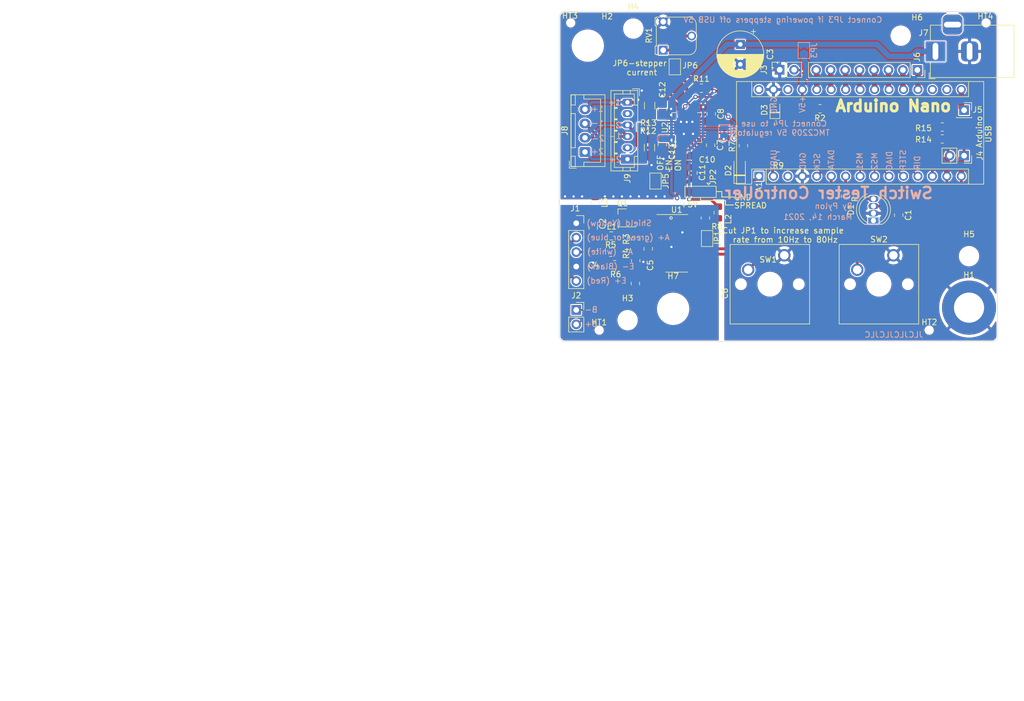
<source format=kicad_pcb>
(kicad_pcb (version 20210126) (generator pcbnew)
  (layers (0 "F.Cu" signal) (31 "B.Cu" signal) (34 "B.Paste" user) (35 "F.Paste" user) (36 "B.SilkS" user "B.Silkscreen") (37 "F.SilkS" user "F.Silkscreen") (38 "B.Mask" user) (39 "F.Mask" user) (44 "Edge.Cuts" user))
  (net 0 "")
  (net 1 "Net-(A1-Pad16)")
  (net 2 "Net-(U2-Pad2)")
  (net 4 "GND")
  (net 5 "SWITCH-IN")
  (net 7 "DIR")
  (net 8 "+5V")
  (net 9 "STEP")
  (net 10 "Net-(SW2-Pad2)")
  (net 11 "GNDA")
  (net 12 "Net-(A1-Pad25)")
  (net 13 "MS2")
  (net 14 "Net-(A1-Pad24)")
  (net 15 "MS1")
  (net 16 "Net-(A1-Pad23)")
  (net 17 "RGBLED")
  (net 18 "Net-(A1-Pad22)")
  (net 19 "DATA")
  (net 20 "Net-(A1-Pad21)")
  (net 21 "SCK")
  (net 22 "Net-(A1-Pad20)")
  (net 23 "Net-(A1-Pad19)")
  (net 26 "PDN_UART")
  (net 28 "Net-(A1-Pad1)")
  (net 29 "E+")
  (net 30 "VCC")
  (net 31 "Net-(C5-Pad2)")
  (net 32 "Net-(C6-Pad2)")
  (net 33 "Net-(C6-Pad1)")
  (net 34 "Net-(C10-Pad2)")
  (net 35 "Net-(C10-Pad1)")
  (net 36 "Net-(C11-Pad2)")
  (net 37 "Net-(D1-Pad4)")
  (net 39 "Net-(D2-Pad2)")
  (net 40 "A-")
  (net 41 "A+")
  (net 42 "B+")
  (net 43 "B-")
  (net 44 "Coil1+")
  (net 45 "Coil1-")
  (net 46 "Coil2-")
  (net 47 "Coil2+")
  (net 50 "Net-(JP1-Pad1)")
  (net 51 "SPREAD")
  (net 52 "INDEX")
  (net 53 "Net-(JP6-Pad1)")
  (net 54 "Net-(JP6-Pad2)")
  (net 55 "Net-(L1-Pad2)")
  (net 56 "Net-(Q1-Pad1)")
  (net 57 "Net-(R3-Pad1)")
  (net 58 "Net-(R11-Pad1)")
  (net 59 "Net-(R12-Pad2)")
  (net 60 "Net-(R13-Pad2)")
  (net 62 "+5VA")
  (net 63 "DIAG")
  (net 64 "Net-(U2-Pad8)")
  (net 65 "Net-(J6-Pad8)")
  (net 66 "Net-(SW1-Pad2)")
  (footprint "Capacitor_THT:CP_Radial_D8.0mm_P3.50mm" (layer "F.Cu") (at 31.8 5.78 -90)
    (fp_text reference "C3")
    (fp_text value "100uF 35V")
  )
  (footprint "Resistor_SMD:R_0805_2012Metric_Pad1.20x1.40mm_HandSolder" (layer "F.Cu") (at 67.3 22.4 180)
    (fp_text reference "R14")
    (fp_text value "20k")
  )
  (footprint "Potentiometer_THT:Potentiometer_Runtron_RM-065_Vertical" (layer "F.Cu") (at 18.25 6.8 90)
    (fp_text reference "RV1")
    (fp_text value "R_Potentiometer")
  )
  (footprint "AcheronMountingHoles:ToolingHole_1.152mm_(for_JLCPCB_SMT)" (layer "F.Cu") (at 2 2)
    (fp_text reference "HT3")
    (fp_text value "MountingHole")
  )
  (footprint "Capacitor_SMD:C_0805_2012Metric_Pad1.18x1.45mm_HandSolder" (layer "F.Cu") (at 18.1 23.36 -90)
    (fp_text reference "C13")
    (fp_text value "100nF")
  )
  (footprint "Resistor_SMD:R_0805_2012Metric_Pad1.20x1.40mm_HandSolder" (layer "F.Cu") (at 9.72 44.505)
    (fp_text reference "R6")
    (fp_text value "100")
  )
  (footprint "Connector_PinSocket_2.54mm:PinSocket_1x08_P2.54mm_Vertical" (layer "F.Cu") (at 62.92 10.28 -90)
    (fp_text reference "J6")
    (fp_text value "Conn_01x08")
  )
  (footprint "Connector_BarrelJack:BarrelJack_Horizontal" (layer "F.Cu") (at 66.1 7.0075 180)
    (fp_text reference "J7")
    (fp_text value "Barrel_Jack_MountingPin")
  )
  (footprint "Resistor_SMD:R_0805_2012Metric_Pad1.20x1.40mm_HandSolder" (layer "F.Cu") (at 32.35 23.58 90)
    (fp_text reference "R7")
    (fp_text value "120")
  )
  (footprint "AcheronMountingHoles:ToolingHole_1.152mm_(for_JLCPCB_SMT)" (layer "F.Cu") (at 75 2)
    (fp_text reference "HT4")
    (fp_text value "MountingHole")
  )
  (footprint "MountingHole:MountingHole_3.2mm_M3_ISO7380" (layer "F.Cu") (at 72 43)
    (fp_text reference "H5")
    (fp_text value "MountingHole")
  )
  (footprint "LED_THT:LED_D5.0mm-4_RGB" (layer "F.Cu") (at 55.2 36.74 90)
    (fp_text reference "D1")
    (fp_text value "NeoPixel_THT")
  )
  (footprint "Module:Arduino_Nano" (layer "F.Cu") (at 35.08 28.95 90)
    (fp_text reference "A1")
    (fp_text value "Arduino_Nano_Every")
  )
  (footprint "Capacitor_SMD:C_0805_2012Metric_Pad1.18x1.45mm_HandSolder" (layer "F.Cu") (at 18.13 17.12 90)
    (fp_text reference "C12")
    (fp_text value "100nF")
  )
  (footprint "Connector_PinSocket_2.54mm:PinSocket_1x02_P2.54mm_Vertical" (layer "F.Cu") (at 71.13 25.34 -90)
    (fp_text reference "J4")
    (fp_text value "Conn_01x02")
  )
  (footprint "AcheronMountingHoles:ToolingHole_1.152mm_(for_JLCPCB_SMT)" (layer "F.Cu") (at 65 56)
    (fp_text reference "HT2")
    (fp_text value "MountingHole")
  )
  (footprint "MountingHole:MountingHole_5.3mm_M5_ISO7380" (layer "F.Cu") (at 5 6)
    (fp_text reference "H2")
    (fp_text value "MountingHole")
  )
  (footprint "Inductor_SMD:L_0805_2012Metric_Pad1.15x1.40mm_HandSolder" (layer "F.Cu") (at 6.3 33.6 -90)
    (fp_text reference "L3")
    (fp_text value "L_Ferrite")
  )
  (footprint "Resistor_SMD:R_0805_2012Metric_Pad1.20x1.40mm_HandSolder" (layer "F.Cu") (at 38.48 25.41 180)
    (fp_text reference "R9")
    (fp_text value "20k")
  )
  (footprint "Jumper:SolderJumper-2_P1.3mm_Open_TrianglePad1.0x1.5mm" (layer "F.Cu") (at 20.3 9.725 90)
    (fp_text reference "JP6")
    (fp_text value "Jumper_NO_Small")
  )
  (footprint "MountingHole:MountingHole_3.2mm_M3_ISO7380" (layer "F.Cu") (at 13 3)
    (fp_text reference "H4")
    (fp_text value "MountingHole")
  )
  (footprint "Button_Switch_Keyboard:SW_Cherry_MX_1.00u_PCB" (layer "F.Cu") (at 39.538125 42.845)
    (fp_text reference "SW1")
    (fp_text value "SW_Push")
  )
  (footprint "Resistor_SMD:R_0805_2012Metric_Pad1.20x1.40mm_HandSolder" (layer "F.Cu") (at 13.42 43.805 90)
    (fp_text reference "R4")
    (fp_text value "8.2k")
  )
  (footprint "Capacitor_SMD:C_0805_2012Metric_Pad1.18x1.45mm_HandSolder" (layer "F.Cu") (at 15.63 41.7 -90)
    (fp_text reference "C5")
    (fp_text value "100nF")
  )
  (footprint "Diode_SMD:D_SOD-323" (layer "F.Cu") (at 37.89 17.32 90)
    (fp_text reference "D3")
    (fp_text value "D_Zener")
  )
  (footprint "Capacitor_SMD:C_0805_2012Metric_Pad1.18x1.45mm_HandSolder" (layer "F.Cu") (at 26.59 23.5 -90)
    (fp_text reference "C7")
    (fp_text value "4.7uF")
  )
  (footprint "Resistor_SMD:R_1206_3216Metric_Pad1.42x1.75mm_HandSolder" (layer "F.Cu") (at 15.84 23.92 90)
    (fp_text reference "R12")
    (fp_text value "0.11")
  )
  (footprint "Connector_PinSocket_2.54mm:PinSocket_1x01_P2.54mm_Vertical" (layer "F.Cu") (at 71.13 17.34)
    (fp_text reference "J5")
    (fp_text value "Conn_01x01")
  )
  (footprint "MountingHole:MountingHole_5.3mm_M5_ISO7380_Pad" (layer "F.Cu") (at 72 52.05)
    (fp_text reference "H1")
    (fp_text value "MountingHole_Pad")
  )
  (footprint "Package_SO:SOP-16_3.9x9.9mm_P1.27mm" (layer "F.Cu") (at 20.63 40.745)
    (fp_text reference "U1")
    (fp_text value "HX711")
  )
  (footprint "Capacitor_SMD:C_0805_2012Metric_Pad1.18x1.45mm_HandSolder" (layer "F.Cu") (at 22.63 25.38)
    (fp_text reference "C10")
    (fp_text value "22nF 50V")
  )
  (footprint "Inductor_SMD:L_0805_2012Metric_Pad1.15x1.40mm_HandSolder" (layer "F.Cu") (at 9.13 39.435)
    (fp_text reference "L1")
    (fp_text value "3.3uH")
  )
  (footprint "Resistor_SMD:R_0805_2012Metric_Pad1.20x1.40mm_HandSolder" (layer "F.Cu") (at 67.3 20.3 180)
    (fp_text reference "R15")
    (fp_text value "20k")
  )
  (footprint "Resistor_SMD:R_0805_2012Metric_Pad1.20x1.40mm_HandSolder" (layer "F.Cu") (at 24.97 13.48)
    (fp_text reference "R11")
    (fp_text value "20k")
  )
  (footprint "Connector_JST:JST_XH_B4B-XH-A_1x04_P2.50mm_Vertical" (layer "F.Cu") (at 4.505 24.69 90)
    (fp_text reference "J8")
    (fp_text value "Conn_01x04")
  )
  (footprint "Resistor_SMD:R_0805_2012Metric_Pad1.20x1.40mm_HandSolder" (layer "F.Cu") (at 9.02 42.305)
    (fp_text reference "R5")
    (fp_text value "100")
  )
  (footprint "MountingHole:MountingHole_5.3mm_M5_ISO7380" (layer "F.Cu") (at 20 52.25)
    (fp_text reference "H7")
    (fp_text value "MountingHole")
  )
  (footprint "Inductor_SMD:L_0805_2012Metric_Pad1.15x1.40mm_HandSolder" (layer "F.Cu") (at 27.9 35.325 90)
    (fp_text reference "L2")
    (fp_text value "L_Ferrite")
  )
  (footprint "Resistor_SMD:R_1206_3216Metric_Pad1.42x1.75mm_HandSolder" (layer "F.Cu") (at 15.87 16.55 -90)
    (fp_text reference "R13")
    (fp_text value "0.11")
  )
  (footprint "Capacitor_SMD:C_0805_2012Metric_Pad1.18x1.45mm_HandSolder" (layer "F.Cu") (at 5.95 41.945 -90)
    (fp_text reference "C4")
    (fp_text value "10uF")
  )
  (footprint "MountingHole:MountingHole_3.2mm_M3_ISO7380" (layer "F.Cu") (at 12 54.25)
    (fp_text reference "H3")
    (fp_text value "MountingHole")
  )
  (footprint "AcheronMountingHoles:ToolingHole_1.152mm_(for_JLCPCB_SMT)" (layer "F.Cu") (at 7 56)
    (fp_text reference "HT1")
    (fp_text value "MountingHole")
  )
  (footprint "Capacitor_SMD:C_0805_2012Metric_Pad1.18x1.45mm_HandSolder" (layer "F.Cu") (at 5.94 38.025 90)
    (fp_text reference "C2")
    (fp_text value "100nF")
  )
  (footprint "Capacitor_SMD:C_0805_2012Metric_Pad1.18x1.45mm_HandSolder" (layer "F.Cu") (at 13.37 47.805 -90)
    (fp_text reference "C6")
    (fp_text value "100nF")
  )
  (footprint "Package_DFN_QFN:QFN-28-1EP_5x5mm_P0.5mm_EP3.35x3.35mm" (layer "F.Cu") (at 22.38 20.39 90)
    (fp_text reference "U2")
    (fp_text value "TMC2209")
  )
  (footprint "Resistor_SMD:R_0805_2012Metric_Pad1.20x1.40mm_HandSolder" (layer "F.Cu") (at 25.67 36.305 -90)
    (fp_text reference "R8")
    (fp_text value "10k")
  )
  (footprint "Diode_SMD:D_SOD-123" (layer "F.Cu") (at 31.69 27.96 90)
    (fp_text reference "D2")
    (fp_text value "1N4148W")
  )
  (footprint "Connector_PinSocket_2.54mm:PinSocket_1x02_P2.54mm_Vertical" (layer "F.Cu") (at 38.72 10.24 90)
    (fp_text reference "J3")
    (fp_text value "Conn_01x02")
  )
  (footprint "Resistor_SMD:R_0805_2012Metric_Pad1.20x1.40mm_HandSolder" (layer "F.Cu") (at 45.8 17.09 180)
    (fp_text reference "R2")
    (fp_text value "20k")
  )
  (footprint "Resistor_SMD:R_0805_2012Metric_Pad1.20x1.40mm_HandSolder" (layer "F.Cu") (at 50.3 32.5 -90)
    (fp_text reference "R1")
    (fp_text value "100")
  )
  (footprint "Connector_JST:JST_PH_B6B-PH-K_1x06_P2.00mm_Vertical" (layer "F.Cu") (at 11.97 15.95 -90)
    (fp_text reference "J9")
    (fp_text value "Conn_01x06")
  )
  (footprint "Package_TO_SOT_SMD:SOT-23_Handsoldering" (layer "F.Cu") (at 11.06 36.265 180)
    (fp_text reference "Q1")
    (fp_text value "Q_PNP_BEC")
  )
  (footprint "Capacitor_SMD:C_0805_2012Metric_Pad1.18x1.45mm_HandSolder" (layer "F.Cu") (at 23.48 28.38 90)
    (fp_text reference "C11")
    (fp_text value "100nF")
  )
  (footprint "MountingHole:MountingHole_3.2mm_M3_ISO7380" (layer "F.Cu") (at 60 4.25)
    (fp_text reference "H6")
    (fp_text value "MountingHole")
  )
  (footprint "Jumper:SolderJumper-2_P1.3mm_Bridged_Pad1.0x1.5mm" (layer "F.Cu") (at 16.9 29.8 -90)
    (fp_text reference "JP5")
    (fp_text value "Jumper_NC")
  )
  (footprint "Connector_PinSocket_2.54mm:PinSocket_1x05_P2.54mm_Vertical" (layer "F.Cu") (at 2.97 37.205)
    (fp_text reference "J1")
    (fp_text value "Conn_01x05")
  )
  (footprint "Resistor_SMD:R_0805_2012Metric_Pad1.20x1.40mm_HandSolder" (layer "F.Cu") (at 13.42 40.005 90)
    (fp_text reference "R3")
    (fp_text value "20k")
  )
  (footprint "Capacitor_SMD:C_0805_2012Metric_Pad1.18x1.45mm_HandSolder" (layer "F.Cu") (at 59.64 35.79 -90)
    (fp_text reference "C1")
    (fp_text value "10uF")
  )
  (footprint "Capacitor_SMD:C_0805_2012Metric_Pad1.18x1.45mm_HandSolder" (layer "F.Cu") (at 26.7 18 -90)
    (fp_text reference "C8")
    (fp_text value "100nF")
  )
  (footprint "Connector_PinSocket_2.54mm:PinSocket_1x02_P2.54mm_Vertical" (layer "F.Cu") (at 2.97 52.445)
    (fp_text reference "J2")
    (fp_text value "Conn_01x02")
  )
  (footprint "Jumper:SolderJumper-2_P1.3mm_Bridged_Pad1.0x1.5mm" (layer "F.Cu") (at 25.97 39.905 -90)
    (fp_text reference "JP1")
    (fp_text value "Jumper_NC")
  )
  (footprint "Jumper:SolderJumper-3_P2.0mm_Open_TrianglePad1.0x1.5mm" (layer "F.Cu") (at 24.82 31.6625 180)
    (fp_text reference "JP2")
    (fp_text value "Jumper_3_Open")
  )
  (footprint "Button_Switch_Keyboard:SW_Cherry_MX_1.00u_PCB" (layer "F.Cu") (at 58.708125 42.845)
    (fp_text reference "SW2")
    (fp_text value "SW_Push")
  )
  (footprint "Jumper:SolderJumper-2_P1.3mm_Open_TrianglePad1.0x1.5mm" (layer "B.Cu") (at 29 21.3 90)
    (fp_text reference "JP4")
    (fp_text value "Jumper_NO_Small")
  )
  (footprint "Jumper:SolderJumper-2_P1.3mm_Open_TrianglePad1.0x1.5mm" (layer "B.Cu") (at 42.98 6.84 90)
    (fp_text reference "JP3")
    (fp_text value "Jumper_NO_Small")
  )
  (gr_line (start 23.1 33.1) (end 23.1 32.7) (layer "F.SilkS") (width 0.15))
  (gr_circle (center 20.38 22.89) (end 20.42 22.76) (layer "F.SilkS") (width 0.15) (fill none))
  (gr_line (start 37.1 17.75) (end 38.69 17.75) (layer "F.SilkS") (width 0.25))
  (gr_line (start 27.625 31.65) (end 28.55 31.65) (layer "F.SilkS") (width 0.15))
  (gr_line (start 29.2 33.2) (end 29.2 34) (layer "F.SilkS") (width 0.15))
  (gr_line (start 28.55 31.65) (end 28.55 32.6) (layer "F.SilkS") (width 0.15))
  (gr_line (start 24.82 33.2) (end 29.2 33.2) (layer "F.SilkS") (width 0.15))
  (gr_line (start 28.55 32.6) (end 30.6 32.6) (layer "F.SilkS") (width 0.15))
  (gr_line (start 24.82 32.6625) (end 24.82 33.2) (layer "F.SilkS") (width 0.15))
  (gr_line (start 29.2 34) (end 30.6 34) (layer "F.SilkS") (width 0.15))
  (gr_circle (center 19.63 36.28) (end 19.66 36.06) (layer "F.SilkS") (width 0.15) (fill none))
  (gr_line (start 30.74 28.79) (end 32.62 28.79) (layer "F.SilkS") (width 0.25))
  (gr_line (start 1 0) (end 76 0) (layer "Edge.Cuts") (width 0.1))
  (gr_arc (start 1 57) (end 0 57) (angle -90) (layer "Edge.Cuts") (width 0.1))
  (gr_arc (start 1 1) (end 1 0) (angle -90) (layer "Edge.Cuts") (width 0.1))
  (gr_arc (start 76 57) (end 76 58) (angle -90) (layer "Edge.Cuts") (width 0.1))
  (gr_arc (start 76 1) (end 76 0) (angle 90) (layer "Edge.Cuts") (width 0.1))
  (gr_line (start 77 1) (end 77 57) (layer "Edge.Cuts") (width 0.1))
  (gr_line (start 0 1) (end 0 57) (layer "Edge.Cuts") (width 0.1))
  (gr_line (start 1 58) (end 76 58) (layer "Edge.Cuts") (width 0.1))
  (gr_text "STEP" (at 60.4 26.1 90) (layer "B.SilkS") (effects (font (size 1 1)) (justify mirror)))
  (gr_text "1-" (at 9.8 21.9) (layer "B.SilkS") (effects (font (size 1 1)) (justify mirror)))
  (gr_text "DIAG" (at 58 26.2 90) (layer "B.SilkS") (effects (font (size 1 1)) (justify mirror)))
  (gr_text "SCK" (at 45.3 26.4 90) (layer "B.SilkS") (effects (font (size 1 1)) (justify mirror)))
  (gr_text "1+" (at 6.7 17.1) (layer "B.SilkS") (effects (font (size 1 1)) (justify mirror)))
  (gr_text "Switch Tester Controller \n" (at 46.6 31.9) (layer "B.SilkS") (effects (font (size 2 2) (thickness 0.4)) (justify mirror)))
  (gr_text "MS2" (at 55.4 26.3 90) (layer "B.SilkS") (effects (font (size 1 1)) (justify mirror)))
  (gr_text "DATA" (at 47.8 26 90) (layer "B.SilkS") (effects (font (size 1 1)) (justify mirror)))
  (gr_text "By Pylon" (at 48.2 34.2) (layer "B.SilkS") (effects (font (size 1 1)) (justify mirror)))
  (gr_text "MS1" (at 52.8 26.3 90) (layer "B.SilkS") (effects (font (size 1 1)) (justify mirror)))
  (gr_text "2+" (at 9.8 26) (layer "B.SilkS") (effects (font (size 1 1)) (justify mirror)))
  (gr_text "Connect JP4 to use \nTMC2209 5V regulator" (at 39.1 20.5) (layer "B.SilkS") (effects (font (size 1 1)) (justify mirror)))
  (gr_text "UART" (at 37.7 26.1 90) (layer "B.SilkS") (effects (font (size 1 1)) (justify mirror)))
  (gr_text "+5V" (at 42.7 16.3 90) (layer "B.SilkS") (effects (font (size 1 1)) (justify mirror)))
  (gr_text "B+" (at 5.6 54.9) (layer "B.SilkS") (effects (font (size 1 1)) (justify mirror)))
  (gr_text "DIR" (at 62.9 26.6 90) (layer "B.SilkS") (effects (font (size 1 1)) (justify mirror)))
  (gr_text "E+ (Red)" (at 8.3 47.3) (layer "B.SilkS") (effects (font (size 1 1)) (justify mirror)))
  (gr_text "A+ (green or blue)" (at 12.1 39.7) (layer "B.SilkS") (effects (font (size 1 1)) (justify mirror)))
  (gr_text "2-" (at 9.8 20) (layer "B.SilkS") (effects (font (size 1 1)) (justify mirror)))
  (gr_text "A- (white)" (at 8.9 42.2) (layer "B.SilkS") (effects (font (size 1 1)) (justify mirror)))
  (gr_text "JLCJLCJLCJLC" (at 58.8 56.8) (layer "B.SilkS") (effects (font (size 1 1)) (justify mirror)))
  (gr_text "1+" (at 9.7 16) (layer "B.SilkS") (effects (font (size 1 1)) (justify mirror)))
  (gr_text "GND" (at 42.8 26.3 90) (layer "B.SilkS") (effects (font (size 1 1)) (justify mirror)))
  (gr_text "2-" (at 6.8 22.3) (layer "B.SilkS") (effects (font (size 1 1)) (justify mirror)))
  (gr_text "Shield (Yellow)" (at 10.5 37.2) (layer "B.SilkS") (effects (font (size 1 1)) (justify mirror)))
  (gr_text "GND" (at 37.7 16.5 90) (layer "B.SilkS") (effects (font (size 1 1)) (justify mirror)))
  (gr_text "Connect JP3 if powering steppers off USB 5V" (at 39.275 1.45) (layer "B.SilkS") (effects (font (size 1 1)) (justify mirror)))
  (gr_text "B-" (at 5.6 52.4) (layer "B.SilkS") (effects (font (size 1 1)) (justify mirror)))
  (gr_text "2+" (at 6.7 24.6) (layer "B.SilkS") (effects (font (size 1 1)) (justify mirror)))
  (gr_text "March 14, 2021" (at 45.4 36.1) (layer "B.SilkS") (effects (font (size 1 1)) (justify mirror)))
  (gr_text "1-" (at 6.7 19.6) (layer "B.SilkS") (effects (font (size 1 1)) (justify mirror)))
  (gr_text "E- (Black)" (at 9 44.8) (layer "B.SilkS") (effects (font (size 1 1)) (justify mirror)))
  (gr_text "Cut JP1 to increase sample \nrate from 10Hz to 80Hz" (at 39.7 39.3) (layer "F.SilkS") (effects (font (size 1 1))))
  (gr_text "JP6-stepper \ncurrent" (at 14.5 9.9) (layer "F.SilkS") (effects (font (size 1 1))))
  (gr_text "GND" (at 32.25 32.675) (layer "F.SilkS") (effects (font (size 1 1))))
  (gr_text "OFF" (at 17.75 26.6 90) (layer "F.SilkS") (effects (font (size 1 1))))
  (gr_text "+5V" (at 22.8 33.9) (layer "F.SilkS") (effects (font (size 1 1))))
  (gr_text "Arduino Nano" (at 58.7 16.6) (layer "F.SilkS") (effects (font (size 2 2) (thickness 0.5))))
  (gr_text "ON" (at 20.88 27.02 90) (layer "F.SilkS") (effects (font (size 1 1))))
  (gr_text "SPREAD" (at 33.6 34.1) (layer "F.SilkS") (effects (font (size 1 1))))
  (gr_text "Arduino\nUSB " (at 74.6 21.15 90) (layer "F.SilkS") (effects (font (size 1 1))))
  (gr_text "EN" (at 19.29 27 90) (layer "F.SilkS") (effects (font (size 1 1))))
  (segment (start 70.64 16.85) (end 71.13 17.34) (width 1) (layer "F.Cu") (net 1))
  (segment (start 70.64 13.71) (end 70.64 16.85) (width 1) (layer "F.Cu") (net 1))
  (segment (start 19.34 27.7) (end 17.89 29.15) (width 0.25) (layer "F.Cu") (net 2))
  (segment (start 17.89 29.15) (end 16.9 29.15) (width 0.25) (layer "F.Cu") (net 2))
  (segment (start 19.34 25.98) (end 19.34 27.7) (width 0.25) (layer "F.Cu") (net 2))
  (segment (start 21.38 22.84) (end 21.38 23.94) (width 0.25) (layer "F.Cu") (net 2))
  (segment (start 21.38 23.94) (end 19.34 25.98) (width 0.25) (layer "F.Cu") (net 2))
  (segment (start 21.88 22.84) (end 21.88 21.52) (width 0.3) (layer "F.Cu") (net 4))
  (segment (start 57.325 35.47) (end 55.2 35.47) (width 0.5) (layer "F.Cu") (net 4))
  (segment (start 58.6825 36.8275) (end 57.325 35.47) (width 0.5) (layer "F.Cu") (net 4))
  (segment (start 21.88 20.89) (end 22.38 20.39) (width 0.3) (layer "F.Cu") (net 4))
  (segment (start 24.88 22.89) (end 23.495 21.505) (width 0.3) (layer "F.Cu") (net 4))
  (segment (start 26.59 24.44) (end 25.04 22.89) (width 0.3) (layer "F.Cu") (net 4))
  (segment (start 22.38 19.42) (end 22.38 20.39) (width 0.3) (layer "F.Cu") (net 4))
  (segment (start 26.82 31.6625) (end 26.82 24.7675) (width 0.5) (layer "F.Cu") (net 4))
  (segment (start 23.495 21.505) (end 22.38 20.39) (width 0.3) (layer "F.Cu") (net 4))
  (segment (start 26.59 24.5375) (end 26.59 24.44) (width 0.3) (layer "F.Cu") (net 4))
  (segment (start 24.83 19.39) (end 23.38 19.39) (width 0.3) (layer "F.Cu") (net 4))
  (segment (start 21.38 17.94) (end 21.38 19.39) (width 0.3) (layer "F.Cu") (net 4))
  (segment (start 37.62 16) (end 37.89 16.27) (width 0.5) (layer "F.Cu") (net 4))
  (segment (start 22.38 17.94) (end 22.38 19.42) (width 0.3) (layer "F.Cu") (net 4))
  (segment (start 25.04 22.89) (end 24.88 22.89) (width 0.3) (layer "F.Cu") (net 4))
  (segment (start 59.64 36.8275) (end 58.6825 36.8275) (width 0.5) (layer "F.Cu") (net 4))
  (segment (start 26.82 24.7675) (end 26.59 24.5375) (width 0.5) (layer "F.Cu") (net 4))
  (segment (start 37.62 13.71) (end 37.62 16) (width 0.5) (layer "F.Cu") (net 4))
  (segment (start 21.88 21.52) (end 21.88 20.89) (width 0.3) (layer "F.Cu") (net 4))
  (segment (start 21.38 19.39) (end 22.38 20.39) (width 0.3) (layer "F.Cu") (net 4))
  (via (at 14.5 13.9) (size 0.8) (drill 0.4) (layers "F.Cu" "B.Cu") (net 4))
  (via (at 11 32.5) (size 0.8) (drill 0.4) (layers "F.Cu" "B.Cu") (net 4))
  (via (at 21.88 21.52) (size 0.8) (drill 0.4) (layers "F.Cu" "B.Cu") (net 4))
  (via (at 8 32.5) (size 0.8) (drill 0.4) (layers "F.Cu" "B.Cu") (net 4))
  (via (at 23.495 21.505) (size 0.8) (drill 0.4) (layers "F.Cu" "B.Cu") (net 4))
  (via (at 1 32.5) (size 0.8) (drill 0.4) (layers "F.Cu" "B.Cu") (net 4))
  (via (at 14 32.5) (size 0.8) (drill 0.4) (layers "F.Cu" "B.Cu") (net 4))
  (via (at 4 32.5) (size 0.8) (drill 0.4) (layers "F.Cu" "B.Cu") (net 4))
  (via (at 18.1 14.8) (size 0.8) (drill 0.4) (layers "F.Cu" "B.Cu") (net 4))
  (via (at 17 32.5) (size 0.8) (drill 0.4) (layers "F.Cu" "B.Cu") (net 4))
  (via (at 23.38 19.39) (size 0.8) (drill 0.4) (layers "F.Cu" "B.Cu") (net 4))
  (via (at 15.5 32.5) (size 0.8) (drill 0.4) (layers "F.Cu" "B.Cu") (net 4))
  (via (at 16.2 27) (size 0.8) (drill 0.4) (layers "F.Cu" "B.Cu") (net 4))
  (via (at 2.5 32.5) (size 0.8) (drill 0.4) (layers "F.Cu" "B.Cu") (net 4))
  (via (at 12.5 32.5) (size 0.8) (drill 0.4) (layers "F.Cu" "B.Cu") (net 4))
  (via (at 18.3 25.9) (size 0.8) (drill 0.4) (layers "F.Cu" "B.Cu") (net 4))
  (via (at 9.5 32.5) (size 0.8) (drill 0.4) (layers "F.Cu" "B.Cu") (net 4))
  (via (at 22.38 19.42) (size 0.8) (drill 0.4) (layers "F.Cu" "B.Cu") (net 4))
  (via (at 18.5 32.5) (size 0.8) (drill 0.4) (layers "F.Cu" "B.Cu") (net 4))
  (via (at 21.38 19.39) (size 0.8) (drill 0.4) (layers "F.Cu" "B.Cu") (net 4))
  (segment (start 31.8 9.28) (end 37.76 9.28) (width 1) (layer "B.Cu") (net 4))
  (segment (start 37.76 9.28) (end 38.72 10.24) (width 1) (layer "B.Cu") (net 4))
  (segment (start 42.14 10.24) (end 41.26 10.24) (width 0.3) (layer "F.Cu") (net 5))
  (segment (start 43.99 14.45) (end 43.99 12.09) (width 0.3) (layer "F.Cu") (net 5))
  (segment (start 46.8 17.09) (end 46.63 17.09) (width 0.3) (layer "F.Cu") (net 5))
  (segment (start 43.99 12.09) (end 42.14 10.24) (width 0.3) (layer "F.Cu") (net 5))
  (segment (start 46.8 17.09) (end 55.36 17.09) (width 0.5) (layer "F.Cu") (net 5))
  (segment (start 65.56 27.41) (end 65.56 28.95) (width 0.5) (layer "F.Cu") (net 5))
  (segment (start 46.63 17.09) (end 43.99 14.45) (width 0.3) (layer "F.Cu") (net 5))
  (segment (start 55.36 17.09) (end 65.62 27.35) (width 0.5) (layer "F.Cu") (net 5))
  (segment (start 65.62 27.35) (end 65.56 27.41) (width 0.5) (layer "F.Cu") (net 5))
  (segment (start 21.88 17.94) (end 21.88 17.28) (width 0.3) (layer "F.Cu") (net 7))
  (segment (start 21.86 17.26) (end 21.88 17.28) (width 0.3) (layer "F.Cu") (net 7))
  (segment (start 21.86 16.93) (end 22.12 16.67) (width 0.3) (layer "F.Cu") (net 7))
  (segment (start 21.86 17.26) (end 21.86 16.93) (width 0.3) (layer "F.Cu") (net 7))
  (segment (start 27.57 15.07) (end 28.23 15.07) (width 0.3) (layer "F.Cu") (net 7))
  (segment (start 27.57 15.07) (end 27.51 15.01) (width 0.3) (layer "F.Cu") (net 7))
  (segment (start 32.52 19.36) (end 53.43 19.36) (width 0.3) (layer "F.Cu") (net 7))
  (segment (start 28.23 15.07) (end 28.45 15.29) (width 0.3) (layer "F.Cu") (net 7))
  (segment (start 28.23 15.07) (end 32.52 19.36) (width 0.3) (layer "F.Cu") (net 7))
  (segment (start 53.43 19.36) (end 63.02 28.95) (width 0.3) (layer "F.Cu") (net 7))
  (segment (start 27.51 15.01) (end 23.94 15.01) (width 0.3) (layer "F.Cu") (net 7))
  (via (at 23.94 15.01) (size 0.8) (drill 0.4) (layers "F.Cu" "B.Cu") (net 7))
  (via (at 22.12 16.67) (size 0.8) (drill 0.4) (layers "F.Cu" "B.Cu") (net 7))
  (segment (start 22.12 16.67) (end 23.72 15.07) (width 0.3) (layer "B.Cu") (net 7))
  (segment (start 26.67 13.48) (end 27.19 14) (width 0.5) (layer "F.Cu") (net 8))
  (segment (start 25.97 13.48) (end 26.67 13.48) (width 0.5) (layer "F.Cu") (net 8))
  (segment (start 22.83 31.6725) (end 22.82 31.6625) (width 0.5) (layer "F.Cu") (net 8))
  (segment (start 23.88 17.94) (end 24.12 17.94) (width 0.3) (layer "F.Cu") (net 8))
  (segment (start 27.19 14) (end 28.23 14) (width 0.5) (layer "F.Cu") (net 8))
  (segment (start 32.86 18.63) (end 33.87 18.63) (width 0.5) (layer "F.Cu") (net 8))
  (segment (start 26.45 16.74) (end 26.58 16.74) (width 0.3) (layer "F.Cu") (net 8))
  (segment (start 33.87 18.63) (end 33.88 18.62) (width 0.5) (layer "F.Cu") (net 8))
  (segment (start 42.7 17.33) (end 42.94 17.09) (width 0.5) (layer "F.Cu") (net 8))
  (segment (start 26.59 16.75) (end 26.58 16.74) (width 0.3) (layer "F.Cu") (net 8))
  (segment (start 42.7 13.71) (end 42.7 17.33) (width 0.5) (layer "F.Cu") (net 8))
  (segment (start 33.9 18.64) (end 33.88 18.62) (width 0.5) (layer "F.Cu") (net 8))
  (segment (start 65.67 30.67) (end 64.3 30.67) (width 0.5) (layer "F.Cu") (net 8))
  (segment (start 28.23 14) (end 32.86 18.63) (width 0.5) (layer "F.Cu") (net 8))
  (segment (start 55.12 18.66) (end 64.3 27.84) (width 0.5) (layer "F.Cu") (net 8))
  (segment (start 42.94 17.09) (end 44.8 17.09) (width 0.5) (layer "F.Cu") (net 8))
  (segment (start 44.8 17.09) (end 44.8 18.11) (width 0.5) (layer "F.Cu") (net 8))
  (segment (start 66.83 27.04) (end 66.83 29.51) (width 0.5) (layer "F.Cu") (net 8))
  (segment (start 42.7 17.33) (end 41.39 18.64) (width 0.5) (layer "F.Cu") (net 8))
  (segment (start 64.3 30.67) (end 64.3 31.49) (width 0.5) (layer "F.Cu") (net 8))
  (segment (start 64.3 27.84) (end 64.3 30.67) (width 0.5) (layer "F.Cu") (net 8))
  (segment (start 55.2 34.2) (end 59.0875 34.2) (width 0.5) (layer "F.Cu") (net 8))
  (segment (start 24.12 17.94) (end 25.28 16.78) (width 0.3) (layer "F.Cu") (net 8))
  (segment (start 61.0375 34.7525) (end 59.64 34.7525) (width 0.5) (layer "F.Cu") (net 8))
  (segment (start 64.3 31.49) (end 61.0375 34.7525) (width 0.5) (layer "F.Cu") (net 8))
  (segment (start 66.3 26.51) (end 66.83 27.04) (width 0.5) (layer "F.Cu") (net 8))
  (segment (start 45.35 18.66) (end 55.12 18.66) (width 0.5) (layer "F.Cu") (net 8))
  (segment (start 44.8 18.11) (end 45.35 18.66) (width 0.5) (layer "F.Cu") (net 8))
  (segment (start 59.0875 34.2) (end 59.64 34.7525) (width 0.5) (layer "F.Cu") (net 8))
  (segment (start 22.83 33) (end 26.6 33) (width 0.5) (layer "F.Cu") (net 8))
  (segment (start 26.6 33) (end 27.9 34.3) (width 0.5) (layer "F.Cu") (net 8))
  (segment (start 22.83 33) (end 22.83 31.6725) (width 0.5) (layer "F.Cu") (net 8))
  (segment (start 66.83 29.51) (end 65.67 30.67) (width 0.5) (layer "F.Cu") (net 8))
  (segment (start 41.39 18.64) (end 33.9 18.64) (width 0.5) (layer "F.Cu") (net 8))
  (segment (start 66.3 20.3) (end 66.3 22.4) (width 0.5) (layer "F.Cu") (net 8))
  (segment (start 66.3 22.4) (end 66.3 26.51) (width 0.5) (layer "F.Cu") (net 8))
  (via (at 22.83 33) (size 0.8) (drill 0.4) (layers "F.Cu" "B.Cu") (net 8))
  (via (at 25.28 16.78) (size 0.8) (drill 0.4) (layers "F.Cu" "B.Cu") (net 8))
  (via (at 27.19 14) (size 0.8) (drill 0.4) (layers "F.Cu" "B.Cu") (net 8))
  (segment (start 22.83 33) (end 22.83 24.33) (width 0.5) (layer "B.Cu") (net 8))
  (segment (start 43.33 11.3) (end 43.33 8.92) (width 1) (layer "B.Cu") (net 8))
  (segment (start 42.98 8.57) (end 42.94 8.57) (width 1) (layer "B.Cu") (net 8))
  (segment (start 25.28 20.58) (end 25.28 16.78) (width 0.5) (layer "B.Cu") (net 8))
  (segment (start 25.28 15.91) (end 27.19 14) (width 0.5) (layer "B.Cu") (net 8))
  (segment (start 22.83 24.33) (end 25.28 21.88) (width 0.5) (layer "B.Cu") (net 8))
  (segment (start 42.98 8.53) (end 42.98 7.565) (width 1) (layer "B.Cu") (net 8))
  (segment (start 25.285 20.575) (end 25.28 20.58) (width 0.3) (layer "B.Cu") (net 8))
  (segment (start 43.33 8.92) (end 42.98 8.57) (width 1) (layer "B.Cu") (net 8))
  (segment (start 29 20.575) (end 25.285 20.575) (width 0.3) (layer "B.Cu") (net 8))
  (segment (start 25.28 16.78) (end 25.28 15.91) (width 0.5) (layer "B.Cu") (net 8))
  (segment (start 42.7 13.71) (end 42.7 11.93) (width 1) (layer "B.Cu") (net 8))
  (segment (start 42.94 8.57) (end 42.98 8.53) (width 1) (layer "B.Cu") (net 8))
  (segment (start 42.7 11.93) (end 43.33 11.3) (width 1) (layer "B.Cu") (net 8))
  (segment (start 25.28 21.88) (end 25.28 20.58) (width 0.5) (layer "B.Cu") (net 8))
  (segment (start 32.31 19.85) (end 51.38 19.85) (width 0.3) (layer "F.Cu") (net 9))
  (segment (start 23.38 16.52) (end 24.06 15.84) (width 0.3) (layer "F.Cu") (net 9))
  (segment (start 28.3 15.84) (end 32.31 19.85) (width 0.3) (layer "F.Cu") (net 9))
  (segment (start 23.38 17.94) (end 23.38 16.52) (width 0.3) (layer "F.Cu") (net 9))
  (segment (start 24.06 15.84) (end 28.3 15.84) (width 0.3) (layer "F.Cu") (net 9))
  (segment (start 51.38 19.85) (end 60.48 28.95) (width 0.3) (layer "F.Cu") (net 9))
  (segment (start 32.31 19.85) (end 32.16 19.7) (width 0.3) (layer "F.Cu") (net 9))
  (segment (start 24.06 15.84) (end 25.053178 15.84) (width 0.3) (layer "F.Cu") (net 9))
  (segment (start 70.64 25.83) (end 71.13 25.34) (width 1) (layer "F.Cu") (net 10))
  (segment (start 70.64 30.68) (end 70.64 28.95) (width 0.5) (layer "F.Cu") (net 10))
  (segment (start 69.4 20.3) (end 71.13 22.03) (width 0.5) (layer "F.Cu") (net 10))
  (segment (start 70.64 28.95) (end 70.64 25.83) (width 1) (layer "F.Cu") (net 10))
  (segment (start 68.3 20.3) (end 69.4 20.3) (width 0.5) (layer "F.Cu") (net 10))
  (segment (start 52.358125 42.821875) (end 55.47 39.71) (width 0.5) (layer "F.Cu") (net 10))
  (segment (start 52.358125 45.385) (end 52.358125 42.821875) (width 0.5) (layer "F.Cu") (net 10))
  (segment (start 55.47 39.71) (end 61.61 39.71) (width 0.5) (layer "F.Cu") (net 10))
  (segment (start 61.61 39.71) (end 70.64 30.68) (width 0.5) (layer "F.Cu") (net 10))
  (segment (start 71.13 22.03) (end 71.13 25.34) (width 0.5) (layer "F.Cu") (net 10))
  (segment (start 23.13 38.84) (end 23.905 38.84) (width 0.5) (layer "F.Cu") (net 11))
  (segment (start 23.13 38.84) (end 21.64 38.84) (width 0.5) (layer "F.Cu") (net 11))
  (segment (start 5.95 42.9825) (end 5.95 44.125) (width 0.5) (layer "F.Cu") (net 11))
  (segment (start 24.67 39.605) (end 24.67 40.205) (width 0.5) (layer "F.Cu") (net 11))
  (segment (start 21.64 38.84) (end 21.625 38.825) (width 0.5) (layer "F.Cu") (net 11))
  (segment (start 18.13 41.38) (end 16.3475 41.38) (width 0.5) (layer "F.Cu") (net 11))
  (segment (start 13.42 44.805) (end 13.97 44.805) (width 0.5) (layer "F.Cu") (net 11))
  (segment (start 25.02 40.555) (end 25.97 40.555) (width 0.5) (layer "F.Cu") (net 11))
  (segment (start 2.97 37.205) (end 5.7225 37.205) (width 0.5) (layer "F.Cu") (net 11))
  (segment (start 5.7225 37.205) (end 5.94 36.9875) (width 0.5) (layer "F.Cu") (net 11))
  (segment (start 16.3475 41.38) (end 15.63 40.6625) (width 0.5) (layer "F.Cu") (net 11))
  (segment (start 23.905 38.84) (end 24.67 39.605) (width 0.5) (layer "F.Cu") (net 11))
  (segment (start 24.67 40.205) (end 25.02 40.555) (width 0.5) (layer "F.Cu") (net 11))
  (segment (start 5.95 44.125) (end 5.94 44.135) (width 0.5) (layer "F.Cu") (net 11))
  (segment (start 13.97 44.805) (end 14.77 44.005) (width 0.5) (layer "F.Cu") (net 11))
  (segment (start 19.695 41.38) (end 19.7 41.375) (width 0.5) (layer "F.Cu") (net 11))
  (segment (start 18.13 41.38) (end 19.695 41.38) (width 0.5) (layer "F.Cu") (net 11))
  (via (at 5.95 44.125) (size 0.8) (drill 0.4) (layers "F.Cu" "B.Cu") (net 11))
  (via (at 14.77 44.005) (size 0.8) (drill 0.4) (layers "F.Cu" "B.Cu") (net 11))
  (via (at 21.625 38.825) (size 0.8) (drill 0.4) (layers "F.Cu" "B.Cu") (net 11))
  (via (at 19.7 41.375) (size 0.8) (drill 0.4) (layers "F.Cu" "B.Cu") (net 11))
  (segment (start 47.68 10.28) (end 47.68 13.61) (width 1) (layer "F.Cu") (net 12))
  (segment (start 47.68 13.61) (end 47.78 13.71) (width 1) (layer "F.Cu") (net 12))
  (segment (start 48.5 20.89) (end 55.4 27.79) (width 0.3) (layer "F.Cu") (net 13))
  (segment (start 24.83 20.89) (end 48.5 20.89) (width 0.3) (layer "F.Cu") (net 13))
  (segment (start 55.4 27.79) (end 55.4 28.95) (width 0.3) (layer "F.Cu") (net 13))
  (segment (start 50.32 13.71) (end 50.32 10.38) (width 1) (layer "F.Cu") (net 14))
  (segment (start 50.32 10.38) (end 50.22 10.28) (width 1) (layer "F.Cu") (net 14))
  (segment (start 52.86 27.72) (end 52.86 28.95) (width 0.3) (layer "F.Cu") (net 15))
  (segment (start 46.53 21.39) (end 52.86 27.72) (width 0.3) (layer "F.Cu") (net 15))
  (segment (start 24.83 21.39) (end 46.53 21.39) (width 0.3) (layer "F.Cu") (net 15))
  (segment (start 52.76 10.28) (end 52.76 13.61) (width 1) (layer "F.Cu") (net 16))
  (segment (start 52.76 13.61) (end 52.86 13.71) (width 1) (layer "F.Cu") (net 16))
  (segment (start 50.3 31.5) (end 50.3 28.97) (width 0.5) (layer "F.Cu") (net 17))
  (segment (start 50.3 28.97) (end 50.32 28.95) (width 0.5) (layer "F.Cu") (net 17))
  (segment (start 55.4 13.71) (end 55.4 10.38) (width 1) (layer "F.Cu") (net 18))
  (segment (start 55.4 10.38) (end 55.3 10.28) (width 1) (layer "F.Cu") (net 18))
  (segment (start 24.8 41.7) (end 33.16 41.7) (width 0.5) (layer "F.Cu") (net 19))
  (segment (start 47.78 33.18) (end 47.78 28.95) (width 0.5) (layer "F.Cu") (net 19))
  (segment (start 46.23 34.73) (end 47.78 33.18) (width 0.5) (layer "F.Cu") (net 19))
  (segment (start 33.16 41.7) (end 40.13 34.73) (width 0.5) (layer "F.Cu") (net 19))
  (segment (start 40.13 34.73) (end 46.23 34.73) (width 0.5) (layer "F.Cu") (net 19))
  (segment (start 23.13 41.38) (end 24.48 41.38) (width 0.5) (layer "F.Cu") (net 19))
  (segment (start 24.48 41.38) (end 24.8 41.7) (width 0.5) (layer "F.Cu") (net 19))
  (segment (start 57.84 10.28) (end 57.84 13.61) (width 1) (layer "F.Cu") (net 20))
  (segment (start 57.84 13.61) (end 57.94 13.71) (width 1) (layer "F.Cu") (net 20))
  (segment (start 48.6 30.28) (end 49.06 29.82) (width 0.5) (layer "F.Cu") (net 21))
  (segment (start 46.71 35.59) (end 40.43 35.59) (width 0.5) (layer "F.Cu") (net 21))
  (segment (start 46.49 27.7) (end 45.24 28.95) (width 0.5) (layer "F.Cu") (net 21))
  (segment (start 49.06 28.46) (end 48.3 27.7) (width 0.5) (layer "F.Cu") (net 21))
  (segment (start 48.6 33.7) (end 46.71 35.59) (width 0.5) (layer "F.Cu") (net 21))
  (segment (start 49.06 29.82) (end 49.06 28.46) (width 0.5) (layer "F.Cu") (net 21))
  (segment (start 33.37 42.65) (end 40.43 35.59) (width 0.5) (layer "F.Cu") (net 21))
  (segment (start 48.6 33.7) (end 48.6 30.28) (width 0.5) (layer "F.Cu") (net 21))
  (segment (start 48.3 27.7) (end 46.49 27.7) (width 0.5) (layer "F.Cu") (net 21))
  (segment (start 23.13 42.65) (end 33.37 42.65) (width 0.5) (layer "F.Cu") (net 21))
  (segment (start 60.38 10.28) (end 60.38 13.61) (width 1) (layer "F.Cu") (net 22))
  (segment (start 60.38 13.61) (end 60.48 13.71) (width 1) (layer "F.Cu") (net 22))
  (segment (start 63.02 13.71) (end 63.02 10.38) (width 1) (layer "F.Cu") (net 23))
  (segment (start 63.02 10.38) (end 62.92 10.28) (width 1) (layer "F.Cu") (net 23))
  (segment (start 37.48 25.41) (end 37.48 28.81) (width 0.5) (layer "F.Cu") (net 26))
  (segment (start 32.35 22.58) (end 32.35 22.31) (width 0.5) (layer "F.Cu") (net 26))
  (segment (start 35.9 22.28) (end 37.48 23.86) (width 0.5) (layer "F.Cu") (net 26))
  (segment (start 27.5 18) (end 29.2 18) (width 0.3) (layer "F.Cu") (net 26))
  (segment (start 25.72 18) (end 27.5 18) (width 0.3) (layer "F.Cu") (net 26))
  (segment (start 37.48 23.86) (end 37.48 24.51) (width 0.5) (layer "F.Cu") (net 26))
  (segment (start 37.48 28.81) (end 37.62 28.95) (width 0.5) (layer "F.Cu") (net 26))
  (segment (start 25.5 18.22) (end 25.72 18) (width 0.3) (layer "F.Cu") (net 26))
  (segment (start 32.38 22.28) (end 30.7 22.28) (width 0.5) (layer "F.Cu") (net 26))
  (segment (start 35.9 22.28) (end 32.38 22.28) (width 0.5) (layer "F.Cu") (net 26))
  (segment (start 32.35 22.31) (end 32.38 22.28) (width 0.5) (layer "F.Cu") (net 26))
  (segment (start 29.2 18) (end 29.7 18.5) (width 0.3) (layer "F.Cu") (net 26))
  (segment (start 24.83 18.89) (end 25.5 18.22) (width 0.3) (layer "F.Cu") (net 26))
  (segment (start 37.48 23.86) (end 37.48 25.41) (width 0.5) (layer "F.Cu") (net 26))
  (via (at 29.7 18.5) (size 0.8) (drill 0.4) (layers "F.Cu" "B.Cu") (net 26))
  (via (at 30.7 22.28) (size 0.8) (drill 0.4) (layers "F.Cu" "B.Cu") (net 26))
  (segment (start 30.7 19.5) (end 30.7 22.28) (width 0.5) (layer "B.Cu") (net 26))
  (segment (start 29.7 18.5) (end 30.7 19.5) (width 0.3) (layer "B.Cu") (net 26))
  (segment (start 34.42 29.61) (end 35.08 28.95) (width 0.5) (layer "F.Cu") (net 28))
  (segment (start 31.69 29.61) (end 34.42 29.61) (width 0.5) (layer "F.Cu") (net 28))
  (segment (start 7.66 39.435) (end 8.105 39.435) (width 0.5) (layer "F.Cu") (net 29))
  (segment (start 5.95 40.9075) (end 5.95 39.0725) (width 0.5) (layer "F.Cu") (net 29))
  (segment (start 1.92 38.665) (end 2.1 38.485) (width 0.3) (layer "F.Cu") (net 29))
  (segment (start 3.96 38.485) (end 4.16 38.685) (width 0.3) (layer "F.Cu") (net 29))
  (segment (start 0.56 40.025) (end 1.92 38.665) (width 0.5) (layer "F.Cu") (net 29))
  (segment (start 7.3375 39.1125) (end 7.66 39.435) (width 0.5) (layer "F.Cu") (net 29))
  (segment (start 0.56 44.955) (end 0.56 40.885) (width 0.5) (layer "F.Cu") (net 29))
  (segment (start 4.16 38.685) (end 4.91 39.435) (width 0.5) (layer "F.Cu") (net 29))
  (segment (start 2.1 38.485) (end 3.96 38.485) (width 0.3) (layer "F.Cu") (net 29))
  (segment (start 4.91 39.435) (end 7.66 39.435) (width 0.5) (layer "F.Cu") (net 29))
  (segment (start 0.56 40.885) (end 0.56 40.025) (width 0.5) (layer "F.Cu") (net 29))
  (segment (start 2.97 47.365) (end 0.56 44.955) (width 0.5) (layer "F.Cu") (net 29))
  (segment (start 5.95 39.0725) (end 5.94 39.0625) (width 0.5) (layer "F.Cu") (net 29))
  (segment (start 18.5325 21.89) (end 18.1 22.3225) (width 0.3) (layer "F.Cu") (net 30))
  (segment (start 22.9825 29.4175) (end 23.48 29.4175) (width 0.5) (layer "F.Cu") (net 30))
  (segment (start 19.93 18.89) (end 18.8625 18.89) (width 0.25) (layer "F.Cu") (net 30))
  (segment (start 18.8625 18.89) (end 18.13 18.1575) (width 0.25) (layer "F.Cu") (net 30))
  (segment (start 21.06 31.34) (end 22.9825 29.4175) (width 0.5) (layer "F.Cu") (net 30))
  (segment (start 19.7 23.33) (end 19.96 23.59) (width 0.3) (layer "F.Cu") (net 30))
  (segment (start 20.69 32.78) (end 20.69 31.38) (width 0.5) (layer "F.Cu") (net 30))
  (segment (start 20.69 31.38) (end 20.73 31.34) (width 0.5) (layer "F.Cu") (net 30))
  (segment (start 20.73 31.34) (end 21.06 31.34) (width 0.5) (layer "F.Cu") (net 30))
  (segment (start 19.93 21.89) (end 18.5325 21.89) (width 0.3) (layer "F.Cu") (net 30))
  (segment (start 19.7 22.62) (end 19.7 23.33) (width 0.3) (layer "F.Cu") (net 30))
  (via (at 19.7 22.62) (size 0.8) (drill 0.4) (layers "F.Cu" "B.Cu") (net 30))
  (via (at 19.64 18.17) (size 0.8) (drill 0.4) (layers "F.Cu" "B.Cu") (net 30))
  (via (at 20.69 32.78) (size 0.8) (drill 0.4) (layers "F.Cu" "B.Cu") (net 30))
  (via (at 19.96 23.59) (size 0.8) (drill 0.4) (layers "F.Cu" "B.Cu") (net 30))
  (via (at 19.64 17.12) (size 0.8) (drill 0.4) (layers "F.Cu" "B.Cu") (net 30))
  (segment (start 19.64 15.6) (end 29.46 5.78) (width 1) (layer "B.Cu") (net 30))
  (segment (start 19.7 18.23) (end 19.64 18.17) (width 0.5) (layer "B.Cu") (net 30))
  (segment (start 57.92 7.87) (end 61.97 7.87) (width 1) (layer "B.Cu") (net 30))
  (segment (start 19.7 22.74) (end 19.7 31.79) (width 0.5) (layer "B.Cu") (net 30))
  (segment (start 19.7 22.72) (end 19.7 22.62) (width 0.5) (layer "B.Cu") (net 30))
  (segment (start 55.83 5.78) (end 57.92 7.87) (width 1) (layer "B.Cu") (net 30))
  (segment (start 61.97 7.87) (end 62.8325 7.0075) (width 1) (layer "B.Cu") (net 30))
  (segment (start 31.8 5.78) (end 55.83 5.78) (width 1) (layer "B.Cu") (net 30))
  (segment (start 19.7 22.62) (end 19.7 18.23) (width 0.5) (layer "B.Cu") (net 30))
  (segment (start 19.7 22.74) (end 19.7 22.72) (width 0.5) (layer "B.Cu") (net 30))
  (segment (start 19.64 17.12) (end 19.64 15.6) (width 1) (layer "B.Cu") (net 30))
  (segment (start 62.8325 7.0075) (end 66.1 7.0075) (width 1) (layer "B.Cu") (net 30))
  (segment (start 29.46 5.78) (end 31.8 5.78) (width 1) (layer "B.Cu") (net 30))
  (segment (start 19.7 31.79) (end 20.69 32.78) (width 0.5) (layer "B.Cu") (net 30))
  (segment (start 19.64 18.17) (end 19.64 17.12) (width 0.5) (layer "B.Cu") (net 30))
  (segment (start 18.0425 42.7375) (end 18.13 42.65) (width 0.5) (layer "F.Cu") (net 31))
  (segment (start 15.63 42.7375) (end 18.0425 42.7375) (width 0.5) (layer "F.Cu") (net 31))
  (segment (start 17.085 45.19) (end 18.13 45.19) (width 0.5) (layer "F.Cu") (net 32))
  (segment (start 12.0075 48.8425) (end 13.37 48.8425) (width 0.5) (layer "F.Cu") (net 32))
  (segment (start 10.72 44.505) (end 10.72 47.555) (width 0.5) (layer "F.Cu") (net 32))
  (segment (start 13.37 48.8425) (end 13.4325 48.8425) (width 0.5) (layer "F.Cu") (net 32))
  (segment (start 10.72 47.555) (end 12.0075 48.8425) (width 0.5) (layer "F.Cu") (net 32))
  (segment (start 13.4325 48.8425) (end 17.085 45.19) (width 0.5) (layer "F.Cu") (net 32))
  (segment (start 16.2175 43.92) (end 18.13 43.92) (width 0.5) (layer "F.Cu") (net 33))
  (segment (start 12.5325 46.7675) (end 13.37 46.7675) (width 0.5) (layer "F.Cu") (net 33))
  (segment (start 11.77 46.005) (end 12.5325 46.7675) (width 0.5) (layer "F.Cu") (net 33))
  (segment (start 11.77 43.405) (end 11.77 46.005) (width 0.5) (layer "F.Cu") (net 33))
  (segment (start 13.37 46.7675) (end 16.2175 43.92) (width 0.5) (layer "F.Cu") (net 33))
  (segment (start 10.02 42.305) (end 10.67 42.305) (width 0.5) (layer "F.Cu") (net 33))
  (segment (start 10.67 42.305) (end 11.77 43.405) (width 0.5) (layer "F.Cu") (net 33))
  (segment (start 22.88 22.84) (end 22.88 24.5925) (width 0.3) (layer "F.Cu") (net 34))
  (segment (start 22.88 24.5925) (end 23.6675 25.38) (width 0.3) (layer "F.Cu") (net 34))
  (segment (start 22.38 24.5925) (end 21.5925 25.38) (width 0.3) (layer "F.Cu") (net 35))
  (segment (start 22.38 22.84) (end 22.38 24.5925) (width 0.3) (layer "F.Cu") (net 35))
  (segment (start 24.64 26.1825) (end 23.48 27.3425) (width 0.3) (layer "F.Cu") (net 36))
  (segment (start 23.68 24.3) (end 24.32 24.3) (width 0.3) (layer "F.Cu") (net 36))
  (segment (start 24.64 24.62) (end 24.64 26.1825) (width 0.3) (layer "F.Cu") (net 36))
  (segment (start 24.32 24.3) (end 24.64 24.62) (width 0.3) (layer "F.Cu") (net 36))
  (segment (start 23.38 24) (end 23.68 24.3) (width 0.3) (layer "F.Cu") (net 36))
  (segment (start 23.38 22.84) (end 23.38 24) (width 0.3) (layer "F.Cu") (net 36))
  (segment (start 50.3 33.5) (end 52.5 33.5) (width 0.5) (layer "F.Cu") (net 37))
  (segment (start 52.5 33.5) (end 53.07 32.93) (width 0.5) (layer "F.Cu") (net 37))
  (segment (start 53.07 32.93) (end 53.13 32.93) (width 0.5) (layer "F.Cu") (net 37))
  (segment (start 53.07 32.93) (end 55.2 32.93) (width 0.5) (layer "F.Cu") (net 37))
  (segment (start 31.69 25.24) (end 32.35 24.58) (width 0.5) (layer "F.Cu") (net 39))
  (segment (start 31.69 26.31) (end 31.69 25.24) (width 0.5) (layer "F.Cu") (net 39))
  (segment (start 4.54 42.285) (end 4.87 41.955) (width 0.3) (layer "F.Cu") (net 40))
  (segment (start 3.93 42.285) (end 4.54 42.285) (width 0.3) (layer "F.Cu") (net 40))
  (segment (start 2.97 42.285) (end 3.93 42.285) (width 0.5) (layer "F.Cu") (net 40))
  (segment (start 7.67 41.955) (end 8.02 42.305) (width 0.3) (layer "F.Cu") (net 40))
  (segment (start 4.87 41.955) (end 7.67 41.955) (width 0.3) (layer "F.Cu") (net 40))
  (segment (start 8 42.285) (end 8.02 42.305) (width 0.5) (layer "F.Cu") (net 40))
  (segment (start 4.68 44.015) (end 5.11 44.445) (width 0.5) (layer "F.Cu") (net 41))
  (segment (start 1.37 43.205) (end 1.67 43.505) (width 0.5) (layer "F.Cu") (net 41))
  (segment (start 6.66 44.985) (end 7.14 44.505) (width 0.5) (layer "F.Cu") (net 41))
  (segment (start 2.27 43.505) (end 2.310011 43.545011) (width 0.5) (layer "F.Cu") (net 41))
  (segment (start 2.97 39.745) (end 1.37 41.345) (width 0.5) (layer "F.Cu") (net 41))
  (segment (start 5.11 44.445) (end 5.11 44.705) (width 0.5) (layer "F.Cu") (net 41))
  (segment (start 1.37 41.345) (end 1.37 43.205) (width 0.5) (layer "F.Cu") (net 41))
  (segment (start 4.38 44.015) (end 4.68 44.015) (width 0.5) (layer "F.Cu") (net 41))
  (segment (start 3.910011 43.545011) (end 2.310011 43.545011) (width 0.3) (layer "F.Cu") (net 41))
  (segment (start 1.67 43.505) (end 2.27 43.505) (width 0.5) (layer "F.Cu") (net 41))
  (segment (start 5.39 44.985) (end 6.66 44.985) (width 0.5) (layer "F.Cu") (net 41))
  (segment (start 6.66 44.985) (end 6.73 44.915) (width 0.5) (layer "F.Cu") (net 41))
  (segment (start 7.14 44.505) (end 8.72 44.505) (width 0.5) (layer "F.Cu") (net 41))
  (segment (start 5.11 44.705) (end 5.39 44.985) (width 0.5) (layer "F.Cu") (net 41))
  (segment (start 3.910011 43.545011) (end 4.38 44.015) (width 0.5) (layer "F.Cu") (net 41))
  (segment (start 3.185 54.985) (end 7.78 50.39) (width 0.3) (layer "F.Cu") (net 42))
  (segment (start 24.9 45.45) (end 24.9 44.75) (width 0.3) (layer "F.Cu") (net 42))
  (segment (start 24.5 45.85) (end 24.9 45.45) (width 0.3) (layer "F.Cu") (net 42))
  (segment (start 24.07 43.92) (end 23.13 43.92) (width 0.3) (layer "F.Cu") (net 42))
  (segment (start 15.3 49.05) (end 17.9 46.45) (width 0.3) (layer "F.Cu") (net 42))
  (segment (start 15.3 49.65) (end 15.3 49.05) (width 0.3) (layer "F.Cu") (net 42))
  (segment (start 21 46.45) (end 21.6 45.85) (width 0.3) (layer "F.Cu") (net 42))
  (segment (start 2.97 54.985) (end 3.185 54.985) (width 0.3) (layer "F.Cu") (net 42))
  (segment (start 21.6 45.85) (end 24.5 45.85) (width 0.3) (layer "F.Cu") (net 42))
  (segment (start 14.56 50.39) (end 15.3 49.65) (width 0.3) (layer "F.Cu") (net 42))
  (segment (start 7.78 50.39) (end 14.56 50.39) (width 0.3) (layer "F.Cu") (net 42))
  (segment (start 17.9 46.45) (end 21 46.45) (width 0.3) (layer "F.Cu") (net 42))
  (segment (start 24.9 44.75) (end 24.07 43.92) (width 0.3) (layer "F.Cu") (net 42))
  (segment (start 14.8 48.85) (end 17.7 45.95) (width 0.3) (layer "F.Cu") (net 43))
  (segment (start 7.54 49.88) (end 14.37 49.88) (width 0.3) (layer "F.Cu") (net 43))
  (segment (start 14.8 49.45) (end 14.8 48.85) (width 0.3) (layer "F.Cu") (net 43))
  (segment (start 2.97 52.445) (end 4.975 52.445) (width 0.3) (layer "F.Cu") (net 43))
  (segment (start 20.7 45.95) (end 21.46 45.19) (width 0.3) (layer "F.Cu") (net 43))
  (segment (start 4.975 52.445) (end 7.54 49.88) (width 0.3) (layer "F.Cu") (net 43))
  (segment (start 21.46 45.19) (end 23.13 45.19) (width 0.3) (layer "F.Cu") (net 43))
  (segment (start 17.7 45.95) (end 20.7 45.95) (width 0.3) (layer "F.Cu") (net 43))
  (segment (start 14.37 49.88) (end 14.8 49.45) (width 0.3) (layer "F.Cu") (net 43))
  (segment (start 13.48 16.48) (end 13.48 16.77) (width 0.5) (layer "F.Cu") (net 44))
  (segment (start 13.48 18) (end 15.42 19.94) (width 0.5) (layer "F.Cu") (net 44))
  (segment (start 13.48 16.48) (end 13.48 18) (width 0.5) (layer "F.Cu") (net 44))
  (segment (start 15.42 19.94) (end 18.43 19.94) (width 0.5) (layer "F.Cu") (net 44))
  (segment (start 18.48 19.89) (end 18.43 19.94) (width 0.3) (layer "F.Cu") (net 44))
  (segment (start 12.95 15.95) (end 13.48 16.48) (width 0.5) (layer "F.Cu") (net 44))
  (segment (start 19.93 19.89) (end 18.48 19.89) (width 0.25) (layer "F.Cu") (net 44))
  (segment (start 11.97 15.95) (end 12.95 15.95) (width 0.5) (layer "F.Cu") (net 44))
  (segment (start 18.43 19.94) (end 18.88 19.94) (width 0.5) (layer "F.Cu") (net 44))
  (segment (start 5.745 15.95) (end 4.505 17.19) (width 0.5) (layer "B.Cu") (net 44))
  (segment (start 11.97 15.95) (end 5.745 15.95) (width 0.5) (layer "B.Cu") (net 44))
  (segment (start 20.8 17.31) (end 20.8 16.4) (width 0.3) (layer "F.Cu") (net 45))
  (segment (start 19.8 15.4) (end 20.8 16.4) (width 0.5) (layer "F.Cu") (net 45))
  (segment (start 11.5 13) (end 18 13) (width 0.5) (layer "F.Cu") (net 45))
  (segment (start 10.46 20.44) (end 10.46 14.04) (width 0.5) (layer "F.Cu") (net 45))
  (segment (start 11.97 21.95) (end 6.765 21.95) (width 0.5) (layer "F.Cu") (net 45))
  (segment (start 10.46 14.04) (end 11.5 13) (width 0.5) (layer "F.Cu") (net 45))
  (segment (start 20.88 17.94) (end 20.88 17.39) (width 0.3) (layer "F.Cu") (net 45))
  (segment (start 11.97 21.95) (end 10.46 20.44) (width 0.5) (layer "F.Cu") (net 45))
  (segment (start 18 13) (end 19.8 14.8) (width 0.5) (layer "F.Cu") (net 45))
  (segment (start 20.88 17.39) (end 20.8 17.31) (width 0.3) (layer "F.Cu") (net 45))
  (segment (start 19.8 14.8) (end 19.8 15.4) (width 0.5) (layer "F.Cu") (net 45))
  (segment (start 6.765 21.95) (end 4.505 19.69) (width 0.5) (layer "F.Cu") (net 45))
  (segment (start 20.88 23.74) (end 20.88 23.32) (width 0.3) (layer "F.Cu") (net 46))
  (segment (start 19.21 24.14) (end 19.49 24.42) (width 0.3) (layer "F.Cu") (net 46))
  (segment (start 12.09 19.95) (end 11.97 19.95) (width 0.5) (layer "F.Cu") (net 46))
  (segment (start 13.44 21.42) (end 13.44 23.36) (width 0.5) (layer "F.Cu") (net 46))
  (segment (start 14.04 23.96) (end 16.65 23.96) (width 0.5) (layer "F.Cu") (net 46))
  (segment (start 13.44 23.36) (end 14.04 23.96) (width 0.5) (layer "F.Cu") (net 46))
  (segment (start 20.88 23.74) (end 20.88 22.84) (width 0.3) (layer "F.Cu") (net 46))
  (segment (start 19.49 24.42) (end 20.2 24.42) (width 0.3) (layer "F.Cu") (net 46))
  (segment (start 19.21 23.66) (end 19.21 24.14) (width 0.3) (layer "F.Cu") (net 46))
  (segment (start 20.2 24.42) (end 20.88 23.74) (width 0.3) (layer "F.Cu") (net 46))
  (segment (start 17.24 23.37) (end 18.92 23.37) (width 0.5) (layer "F.Cu") (net 46))
  (segment (start 18.92 23.37) (end 19.21 23.66) (width 0.3) (layer "F.Cu") (net 46))
  (segment (start 11.99 19.95) (end 11.97 19.95) (width 0.5) (layer "F.Cu") (net 46))
  (segment (start 11.97 19.95) (end 13.44 21.42) (width 0.5) (layer "F.Cu") (net 46))
  (segment (start 16.65 23.96) (end 17.24 23.37) (width 0.5) (layer "F.Cu") (net 46))
  (segment (start 11.97 19.95) (end 7.64 19.95) (width 0.5) (layer "B.Cu") (net 46))
  (segment (start 4.505 22.19) (end 5.4 22.19) (width 0.5) (layer "B.Cu") (net 46))
  (segment (start 5.4 22.19) (end 7.64 19.95) (width 0.5) (layer "B.Cu") (net 46))
  (segment (start 18.53 20.84) (end 18.93 20.84) (width 0.5) (layer "F.Cu") (net 47))
  (segment (start 18.58 20.89) (end 18.53 20.84) (width 0.3) (layer "F.Cu") (net 47))
  (segment (start 14.61 20.84) (end 14.57 20.8) (width 0.5) (layer "F.Cu") (net 47))
  (segment (start 16.73 20.84) (end 18.53 20.84) (width 0.5) (layer "F.Cu") (net 47))
  (segment (start 16.73 20.84) (end 14.61 20.84) (width 0.5) (layer "F.Cu") (net 47))
  (segment (start 19.93 20.89) (end 18.58 20.89) (width 0.25) (layer "F.Cu") (net 47))
  (via (at 14.57 20.8) (size 0.8) (drill 0.4) (layers "F.Cu" "B.Cu") (net 47))
  (segment (start 13.02 25.95) (end 14.23 24.74) (width 0.5) (layer "B.Cu") (net 47))
  (segment (start 14.23 24.74) (end 14.23 21.14) (width 0.5) (layer "B.Cu") (net 47))
  (segment (start 11.97 25.95) (end 13.02 25.95) (width 0.5) (layer "B.Cu") (net 47))
  (segment (start 11.97 25.95) (end 5.765 25.95) (width 0.5) (layer "B.Cu") (net 47))
  (segment (start 14.23 21.14) (end 14.57 20.8) (width 0.5) (layer "B.Cu") (net 47))
  (segment (start 5.765 25.95) (end 4.505 24.69) (width 0.5) (layer "B.Cu") (net 47))
  (segment (start 23.13 37.57) (end 25.405 37.57) (width 0.5) (layer "F.Cu") (net 50))
  (segment (start 25.67 37.305) (end 25.67 38.955) (width 0.5) (layer "F.Cu") (net 50))
  (segment (start 25.67 38.955) (end 25.97 39.255) (width 0.5) (layer "F.Cu") (net 50))
  (segment (start 25.405 37.57) (end 25.67 37.305) (width 0.5) (layer "F.Cu") (net 50))
  (segment (start 24.72 23.83) (end 24.04 23.83) (width 0.3) (layer "F.Cu") (net 51))
  (segment (start 24.82 31.6625) (end 24.82 26.76) (width 0.3) (layer "F.Cu") (net 51))
  (segment (start 25.12 24.23) (end 25.11 24.22) (width 0.3) (layer "F.Cu") (net 51))
  (segment (start 24.82 26.76) (end 25.12 26.46) (width 0.3) (layer "F.Cu") (net 51))
  (segment (start 25.12 24.23) (end 24.72 23.83) (width 0.3) (layer "F.Cu") (net 51))
  (segment (start 24.04 23.83) (end 23.88 23.67) (width 0.3) (layer "F.Cu") (net 51))
  (segment (start 23.88 23.67) (end 23.88 22.84) (width 0.3) (layer "F.Cu") (net 51))
  (segment (start 25.12 26.46) (end 25.12 24.23) (width 0.3) (layer "F.Cu") (net 51))
  (segment (start 22.88 16.37) (end 22.88 17.94) (width 0.3) (layer "F.Cu") (net 53))
  (segment (start 22.415 15.315) (end 22.4 15.3) (width 0.3) (layer "F.Cu") (net 53))
  (segment (start 22.415 15.905) (end 22.88 16.37) (width 0.3) (layer "F.Cu") (net 53))
  (segment (start 20.3 10.45) (end 22.4 12.55) (width 0.5) (layer "F.Cu") (net 53))
  (segment (start 22.415 15.905) (end 22.62 16.11) (width 0.3) (layer "F.Cu") (net 53))
  (segment (start 22.4 12.55) (end 22.4 15.3) (width 0.5) (layer "F.Cu") (net 53))
  (segment (start 22.415 15.905) (end 22.415 15.315) (width 0.3) (layer "F.Cu") (net 53))
  (segment (start 20.3 9) (end 17.9 9) (width 0.5) (layer "F.Cu") (net 54))
  (segment (start 17.9 9) (end 16.5 7.6) (width 0.5) (layer "F.Cu") (net 54))
  (segment (start 18.3 4.3) (end 23.25 4.3) (width 0.5) (layer "F.Cu") (net 54))
  (segment (start 16.5 7.6) (end 16.5 6.1) (width 0.5) (layer "F.Cu") (net 54))
  (segment (start 16.5 6.1) (end 18.3 4.3) (width 0.5) (layer "F.Cu") (net 54))
  (segment (start 13.42 39.005) (end 12.3 39.005) (width 0.5) (layer "F.Cu") (net 55))
  (segment (start 13.585 38.84) (end 13.42 39.005) (width 0.5) (layer "F.Cu") (net 55))
  (segment (start 12.3 39.005) (end 11.895 38.6) (width 0.5) (layer "F.Cu") (net 55))
  (segment (start 10.155 39.435) (end 11.06 39.435) (width 0.5) (layer "F.Cu") (net 55))
  (segment (start 18.13 38.84) (end 13.585 38.84) (width 0.5) (layer "F.Cu") (net 55))
  (segment (start 11.895 38.6) (end 9.56 36.265) (width 0.5) (layer "F.Cu") (net 55))
  (segment (start 11.06 39.435) (end 11.895 38.6) (width 0.5) (layer "F.Cu") (net 55))
  (segment (start 15.47 37.455) (end 18.015 37.455) (width 0.5) (layer "F.Cu") (net 56))
  (segment (start 18.015 37.455) (end 18.13 37.57) (width 0.5) (layer "F.Cu") (net 56))
  (segment (start 15.23 37.215) (end 12.56 37.215) (width 0.5) (layer "F.Cu") (net 56))
  (segment (start 15.47 37.455) (end 15.23 37.215) (width 0.5) (layer "F.Cu") (net 56))
  (segment (start 16.57 39.605) (end 17.075 40.11) (width 0.5) (layer "F.Cu") (net 57))
  (segment (start 17.075 40.11) (end 18.13 40.11) (width 0.5) (layer "F.Cu") (net 57))
  (segment (start 14.77 39.605) (end 16.57 39.605) (width 0.5) (layer "F.Cu") (net 57))
  (segment (start 13.42 41.005) (end 13.42 40.955) (width 0.5) (layer "F.Cu") (net 57))
  (segment (start 13.42 40.955) (end 14.77 39.605) (width 0.5) (layer "F.Cu") (net 57))
  (segment (start 13.42 41.005) (end 13.42 42.805) (width 0.5) (layer "F.Cu") (net 57))
  (segment (start 22.01 10.64) (end 22.01 8.21) (width 0.5) (layer "F.Cu") (net 58))
  (segment (start 23.97 13.48) (end 23.97 12.6) (width 0.5) (layer "F.Cu") (net 58))
  (segment (start 22.01 8.21) (end 20.6 6.8) (width 0.5) (layer "F.Cu") (net 58))
  (segment (start 20.6 6.8) (end 18.25 6.8) (width 0.5) (layer "F.Cu") (net 58))
  (segment (start 23.97 12.6) (end 22.01 10.64) (width 0.5) (layer "F.Cu") (net 58))
  (segment (start 19.93 21.39) (end 16.8825 21.39) (width 0.25) (layer "F.Cu") (net 59))
  (segment (start 16.8825 21.39) (end 15.84 22.4325) (width 0.25) (layer "F.Cu") (net 59))
  (segment (start 19.93 19.39) (end 17.2225 19.39) (width 0.25) (layer "F.Cu") (net 60))
  (segment (start 17.2225 19.39) (end 15.87 18.0375) (width 0.25) (layer "F.Cu") (net 60))
  (segment (start 13.05 35.315) (end 13.81 36.075) (width 0.5) (layer "F.Cu") (net 62))
  (segment (start 16.51 36.075) (end 16.735 36.3) (width 0.5) (layer "F.Cu") (net 62))
  (segment (start 16.735 36.3) (end 18.13 36.3) (width 0.5) (layer "F.Cu") (net 62))
  (segment (start 25.67 35.305) (end 26.855 35.305) (width 0.5) (layer "F.Cu") (net 62))
  (segment (start 23.13 36.3) (end 24.675 36.3) (width 0.5) (layer "F.Cu") (net 62))
  (segment (start 24.675 36.3) (end 25.67 35.305) (width 0.5) (layer "F.Cu") (net 62))
  (segment (start 13.81 36.075) (end 16.51 36.075) (width 0.5) (layer "F.Cu") (net 62))
  (segment (start 13.81 36.075) (end 13.825 36.06) (width 0.5) (layer "F.Cu") (net 62))
  (segment (start 18.13 36.3) (end 23.13 36.3) (width 0.5) (layer "F.Cu") (net 62))
  (segment (start 26.855 35.305) (end 27.9 36.35) (width 0.5) (layer "F.Cu") (net 62))
  (segment (start 12.56 35.315) (end 13.05 35.315) (width 0.5) (layer "F.Cu") (net 62))
  (segment (start 24.83 20.39) (end 49.38 20.39) (width 0.3) (layer "F.Cu") (net 63))
  (segment (start 49.38 20.39) (end 57.94 28.95) (width 0.3) (layer "F.Cu") (net 63))
  (segment (start 24.83 21.89) (end 26.0175 21.89) (width 0.3) (layer "F.Cu") (net 64))
  (segment (start 26.0175 21.89) (end 26.59 22.4625) (width 0.3) (layer "F.Cu") (net 64))
  (segment (start 26.6525 22.4) (end 26.59 22.4625) (width 0.3) (layer "F.Cu") (net 64))
  (segment (start 28.9 22.4) (end 26.6525 22.4) (width 0.3) (layer "F.Cu") (net 64))
  (via (at 28.9 22.4) (size 0.8) (drill 0.4) (layers "F.Cu" "B.Cu") (net 64))
  (segment (start 29 22.3) (end 28.9 22.4) (width 0.3) (layer "B.Cu") (net 64))
  (segment (start 29 22.025) (end 29 22.3) (width 0.3) (layer "B.Cu") (net 64))
  (segment (start 45.24 13.71) (end 45.24 10.38) (width 1) (layer "F.Cu") (net 65))
  (segment (start 45.24 10.38) (end 45.14 10.28) (width 1) (layer "F.Cu") (net 65))
  (segment (start 33.188125 45.385) (end 39.683125 38.89) (width 0.5) (layer "F.Cu") (net 66))
  (segment (start 65.52 32.68) (end 68.1 30.1) (width 0.5) (layer "F.Cu") (net 66))
  (segment (start 65.52 34.63) (end 65.52 32.68) (width 0.5) (layer "F.Cu") (net 66))
  (segment (start 61.26 38.89) (end 65.52 34.63) (width 0.5) (layer "F.Cu") (net 66))
  (segment (start 39.683125 38.89) (end 61.26 38.89) (width 0.5) (layer "F.Cu") (net 66))
  (segment (start 68.1 28.95) (end 68.1 25.83) (width 1) (layer "F.Cu") (net 66))
  (segment (start 68.3 25.05) (end 68.59 25.34) (width 0.5) (layer "F.Cu") (net 66))
  (segment (start 68.3 22.4) (end 68.3 25.05) (width 0.5) (layer "F.Cu") (net 66))
  (segment (start 68.1 30.1) (end 68.1 28.95) (width 0.5) (layer "F.Cu") (net 66))
  (segment (start 68.1 25.83) (end 68.59 25.34) (width 1) (layer "F.Cu") (net 66))
  (zone (net 30) (net_name "VCC") (layers F&B.Cu) (priority 4) (connect_pads yes (clearance 0.2)) (min_thickness 0.2) (fill yes (thermal_gap 0.508) (thermal_bridge_width 0.508))
    (polygon (pts (xy 20.6 19) (xy 17.2 19) (xy 17.2 17.12) (xy 19.1 17.12) (xy 19.1 15.8) (xy 20.6 15.8)))
  )
  (zone (net 11) (net_name "GNDA") (layers F&B.Cu) (priority 1) (connect_pads yes (clearance 0.2)) (min_thickness 0.2) (fill yes (thermal_gap 0.508) (thermal_bridge_width 0.508))
    (polygon (pts (xy 28 58) (xy 0 58) (xy 0 34) (xy 28 34)))
  )
  (zone (net 8) (net_name "+5V") (layer "F.Cu") (priority 3) (connect_pads thru_hole_only (clearance 0.2)) (min_thickness 0.2) (fill yes (thermal_gap 0.508) (thermal_bridge_width 0.508))
    (polygon (pts (xy 27.5 17.6) (xy 24.7 17.6) (xy 24.7 16.3) (xy 27.5 16.3)))
  )
  (zone (net 30) (net_name "VCC") (layers F&B.Cu) (priority 2) (connect_pads yes (clearance 0.2)) (min_thickness 0.2) (fill yes (thermal_gap 0.508) (thermal_bridge_width 0.508))
    (polygon (pts (xy 20.3 24.28) (xy 19.4 24.28) (xy 19.3 23) (xy 19.3 22.95) (xy 17.5 22.95) (xy 17.5 21.8) (xy 20.3 21.8)))
  )
  (zone (net 4) (net_name "GND") (layers F&B.Cu) (priority 1) (connect_pads thru_hole_only (clearance 0.2)) (min_thickness 0.2) (fill yes (thermal_gap 0.508) (thermal_bridge_width 0.508))
    (polygon (pts (xy 77 58) (xy 29 58) (xy 29 33) (xy 0 33) (xy 0 0) (xy 77 0)))
  )
  (zone (net 47) (net_name "Coil2+") (layers F&B.Cu) (priority 3) (connect_pads yes (clearance 0.2)) (min_thickness 0.2) (fill yes (thermal_gap 0.508) (thermal_bridge_width 0.508))
    (polygon (pts (xy 12.83 25.14) (xy 13.63 24.34) (xy 13.63 19.54) (xy 15.43 19.54) (xy 15.43 26.74) (xy 10.83 26.74) (xy 10.83 25.14)))
  )
)
</source>
